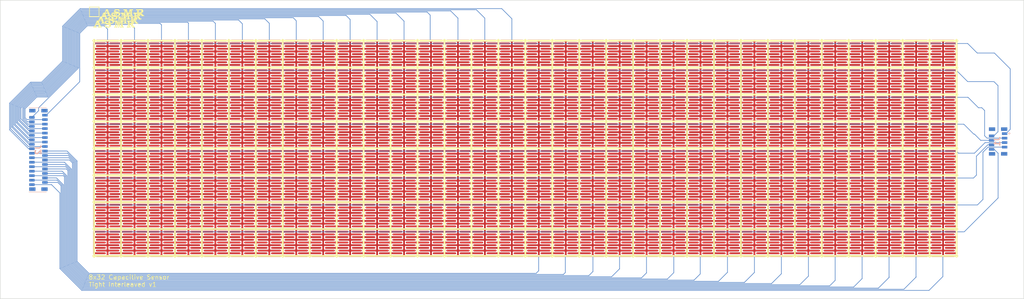
<source format=kicad_pcb>
(kicad_pcb (version 20211014) (generator pcbnew)
  (layers (0 "F.Cu" signal) (31 "B.Cu" signal) (34 "B.Paste" user) (35 "F.Paste" user) (36 "B.SilkS" user "B.Silkscreen") (37 "F.SilkS" user "F.Silkscreen") (38 "B.Mask" user) (39 "F.Mask" user) (44 "Edge.Cuts" user))
  (net 0 "")
  (net 1 "Net-(J1-Pad1)")
  (net 2 "Net-(J1-Pad2)")
  (net 3 "Net-(J1-Pad3)")
  (net 4 "Net-(J1-Pad4)")
  (net 5 "Net-(J1-Pad5)")
  (net 6 "Net-(J1-Pad6)")
  (net 7 "Net-(J1-Pad7)")
  (net 8 "Net-(J1-Pad8)")
  (net 9 "Net-(J2-Pad1)")
  (net 10 "Net-(J2-Pad2)")
  (net 11 "Net-(J2-Pad3)")
  (net 12 "Net-(J2-Pad4)")
  (net 13 "Net-(J2-Pad5)")
  (net 14 "Net-(J2-Pad6)")
  (net 15 "Net-(J2-Pad7)")
  (net 16 "Net-(J2-Pad8)")
  (net 17 "Net-(J2-Pad9)")
  (net 18 "Net-(J2-Pad10)")
  (net 19 "Net-(J2-Pad11)")
  (net 20 "Net-(J2-Pad12)")
  (net 21 "Net-(J2-Pad13)")
  (net 22 "Net-(J2-Pad14)")
  (net 23 "Net-(J2-Pad15)")
  (net 24 "Net-(J2-Pad16)")
  (net 25 "Net-(J2-Pad17)")
  (net 26 "Net-(J2-Pad18)")
  (net 27 "Net-(J2-Pad19)")
  (net 28 "Net-(J2-Pad20)")
  (net 29 "Net-(J2-Pad21)")
  (net 30 "Net-(J2-Pad22)")
  (net 31 "Net-(J2-Pad23)")
  (net 32 "Net-(J2-Pad24)")
  (net 33 "Net-(J2-Pad25)")
  (net 34 "Net-(J2-Pad26)")
  (net 35 "Net-(J2-Pad27)")
  (net 36 "Net-(J2-Pad28)")
  (net 37 "Net-(J2-Pad29)")
  (net 38 "Net-(J2-Pad30)")
  (net 39 "Net-(J2-Pad31)")
  (net 40 "Net-(J2-Pad32)")
  (footprint "ASMR_footprints:captouch_8x32_interleaved_tight" (layer "F.Cu") (at 62.875 55.825)
    (fp_text reference "U1" hide)
    (fp_text value "captouch_8x32_grid" hide)
  )
  (footprint "ASMR_footprints:SilkScreen_asmrrrrrrrrr" (layer "F.Cu") (at 68.1 51.075)
    (fp_text reference "G***" hide)
    (fp_text value "LOGO" hide)
  )
  (footprint "ASMR_footprints:Conn_FFC_1x32_0.5mm_Molex_5019513210" (layer "B.Cu") (at 50.675 80.375 -90)
    (fp_text reference "J2")
    (fp_text value "Conn_01x32_Male" hide)
  )
  (footprint "ASMR_footprints:Conn_FFC_1x8_0.5mm_Molex_5019510830" (layer "B.Cu") (at 264.325 78.5 -90)
    (fp_text reference "J1")
    (fp_text value "Conn_01x08_Male" hide)
  )
  (gr_rect (start 42.175 47) (end 270.05 113.55) (layer "Edge.Cuts") (width 0.1) (fill none))
  (gr_text "8x32 Capacitive Sensor\nTight Interleaved v1" (at 61.775 109.575) (layer "F.SilkS") (effects (font (size 1 1)) (justify left)))
  (via (at 105.1 56.65) (size 0.4) (drill 0.2) (layers "F.Cu" "B.Cu") (net 1))
  (via (at 171.1 56.65) (size 0.4) (drill 0.2) (layers "F.Cu" "B.Cu") (net 1))
  (via (at 87.1 56.65) (size 0.4) (drill 0.2) (layers "F.Cu" "B.Cu") (net 1))
  (via (at 243.1 56.65) (size 0.4) (drill 0.2) (layers "F.Cu" "B.Cu") (net 1))
  (via (at 255.05 56.65) (size 0.4) (drill 0.2) (layers "F.Cu" "B.Cu") (net 1))
  (via (at 231.1 56.65) (size 0.4) (drill 0.2) (layers "F.Cu" "B.Cu") (net 1))
  (via (at 153.1 56.65) (size 0.4) (drill 0.2) (layers "F.Cu" "B.Cu") (net 1))
  (via (at 249.1 56.65) (size 0.4) (drill 0.2) (layers "F.Cu" "B.Cu") (net 1))
  (via (at 117.1 56.65) (size 0.4) (drill 0.2) (layers "F.Cu" "B.Cu") (net 1))
  (via (at 129.1 56.65) (size 0.4) (drill 0.2) (layers "F.Cu" "B.Cu") (net 1))
  (via (at 69.1 56.65) (size 0.4) (drill 0.2) (layers "F.Cu" "B.Cu") (net 1))
  (via (at 219.1 56.65) (size 0.4) (drill 0.2) (layers "F.Cu" "B.Cu") (net 1))
  (via (at 201.1 56.65) (size 0.4) (drill 0.2) (layers "F.Cu" "B.Cu") (net 1))
  (via (at 123.1 56.65) (size 0.4) (drill 0.2) (layers "F.Cu" "B.Cu") (net 1))
  (via (at 189.1 56.65) (size 0.4) (drill 0.2) (layers "F.Cu" "B.Cu") (net 1))
  (via (at 177.1 56.65) (size 0.4) (drill 0.2) (layers "F.Cu" "B.Cu") (net 1))
  (via (at 81.1 56.65) (size 0.4) (drill 0.2) (layers "F.Cu" "B.Cu") (net 1))
  (via (at 159.1 56.65) (size 0.4) (drill 0.2) (layers "F.Cu" "B.Cu") (net 1))
  (via (at 141.1 56.65) (size 0.4) (drill 0.2) (layers "F.Cu" "B.Cu") (net 1))
  (via (at 183.1 56.65) (size 0.4) (drill 0.2) (layers "F.Cu" "B.Cu") (net 1))
  (via (at 93.1 56.65) (size 0.4) (drill 0.2) (layers "F.Cu" "B.Cu") (net 1))
  (via (at 213.1 56.65) (size 0.4) (drill 0.2) (layers "F.Cu" "B.Cu") (net 1))
  (via (at 135.1 56.65) (size 0.4) (drill 0.2) (layers "F.Cu" "B.Cu") (net 1))
  (via (at 237.1 56.65) (size 0.4) (drill 0.2) (layers "F.Cu" "B.Cu") (net 1))
  (via (at 99.1 56.65) (size 0.4) (drill 0.2) (layers "F.Cu" "B.Cu") (net 1))
  (via (at 111.1 56.65) (size 0.4) (drill 0.2) (layers "F.Cu" "B.Cu") (net 1))
  (via (at 63.1 56.65) (size 0.4) (drill 0.2) (layers "F.Cu" "B.Cu") (net 1))
  (via (at 207.1 56.65) (size 0.4) (drill 0.2) (layers "F.Cu" "B.Cu") (net 1))
  (via (at 225.1 56.65) (size 0.4) (drill 0.2) (layers "F.Cu" "B.Cu") (net 1))
  (via (at 195.1 56.65) (size 0.4) (drill 0.2) (layers "F.Cu" "B.Cu") (net 1))
  (via (at 165.1 56.65) (size 0.4) (drill 0.2) (layers "F.Cu" "B.Cu") (net 1))
  (via (at 147.1 56.65) (size 0.4) (drill 0.2) (layers "F.Cu" "B.Cu") (net 1))
  (via (at 75.1 56.65) (size 0.4) (drill 0.2) (layers "F.Cu" "B.Cu") (net 1))
  (segment (start 263.5 58.775) (end 259.675 58.775) (width 0.127) (layer "B.Cu") (net 1))
  (segment (start 255.05 56.65) (end 257.55 56.65) (width 0.127) (layer "B.Cu") (net 1))
  (segment (start 257.55 56.65) (end 259.675 58.775) (width 0.127) (layer "B.Cu") (net 1))
  (segment (start 63.1 56.65) (end 255.05 56.65) (width 0.127) (layer "B.Cu") (net 1))
  (segment (start 266.075 76.75) (end 267.025 75.8) (width 0.127) (layer "B.Cu") (net 1))
  (segment (start 267.025 62.3) (end 263.5 58.775) (width 0.127) (layer "B.Cu") (net 1))
  (segment (start 265.775 76.75) (end 266.075 76.75) (width 0.127) (layer "B.Cu") (net 1))
  (segment (start 267.025 75.8) (end 267.025 62.3) (width 0.127) (layer "B.Cu") (net 1))
  (via (at 147.1 62.65) (size 0.4) (drill 0.2) (layers "F.Cu" "B.Cu") (net 2))
  (via (at 189.1 62.65) (size 0.4) (drill 0.2) (layers "F.Cu" "B.Cu") (net 2))
  (via (at 219.1 62.65) (size 0.4) (drill 0.2) (layers "F.Cu" "B.Cu") (net 2))
  (via (at 255.05 62.65) (size 0.4) (drill 0.2) (layers "F.Cu" "B.Cu") (net 2))
  (via (at 93.1 62.65) (size 0.4) (drill 0.2) (layers "F.Cu" "B.Cu") (net 2))
  (via (at 165.1 62.65) (size 0.4) (drill 0.2) (layers "F.Cu" "B.Cu") (net 2))
  (via (at 231.1 62.65) (size 0.4) (drill 0.2) (layers "F.Cu" "B.Cu") (net 2))
  (via (at 117.1 62.65) (size 0.4) (drill 0.2) (layers "F.Cu" "B.Cu") (net 2))
  (via (at 237.1 62.65) (size 0.4) (drill 0.2) (layers "F.Cu" "B.Cu") (net 2))
  (via (at 123.1 62.65) (size 0.4) (drill 0.2) (layers "F.Cu" "B.Cu") (net 2))
  (via (at 159.1 62.65) (size 0.4) (drill 0.2) (layers "F.Cu" "B.Cu") (net 2))
  (via (at 99.1 62.65) (size 0.4) (drill 0.2) (layers "F.Cu" "B.Cu") (net 2))
  (via (at 201.1 62.65) (size 0.4) (drill 0.2) (layers "F.Cu" "B.Cu") (net 2))
  (via (at 177.1 62.65) (size 0.4) (drill 0.2) (layers "F.Cu" "B.Cu") (net 2))
  (via (at 63.1 62.65) (size 0.4) (drill 0.2) (layers "F.Cu" "B.Cu") (net 2))
  (via (at 183.1 62.65) (size 0.4) (drill 0.2) (layers "F.Cu" "B.Cu") (net 2))
  (via (at 207.1 62.65) (size 0.4) (drill 0.2) (layers "F.Cu" "B.Cu") (net 2))
  (via (at 171.1 62.65) (size 0.4) (drill 0.2) (layers "F.Cu" "B.Cu") (net 2))
  (via (at 213.1 62.65) (size 0.4) (drill 0.2) (layers "F.Cu" "B.Cu") (net 2))
  (via (at 81.1 62.65) (size 0.4) (drill 0.2) (layers "F.Cu" "B.Cu") (net 2))
  (via (at 195.1 62.65) (size 0.4) (drill 0.2) (layers "F.Cu" "B.Cu") (net 2))
  (via (at 243.1 62.65) (size 0.4) (drill 0.2) (layers "F.Cu" "B.Cu") (net 2))
  (via (at 105.1 62.65) (size 0.4) (drill 0.2) (layers "F.Cu" "B.Cu") (net 2))
  (via (at 225.1 62.65) (size 0.4) (drill 0.2) (layers "F.Cu" "B.Cu") (net 2))
  (via (at 153.1 62.65) (size 0.4) (drill 0.2) (layers "F.Cu" "B.Cu") (net 2))
  (via (at 69.1 62.65) (size 0.4) (drill 0.2) (layers "F.Cu" "B.Cu") (net 2))
  (via (at 141.1 62.65) (size 0.4) (drill 0.2) (layers "F.Cu" "B.Cu") (net 2))
  (via (at 129.1 62.65) (size 0.4) (drill 0.2) (layers "F.Cu" "B.Cu") (net 2))
  (via (at 249.1 62.65) (size 0.4) (drill 0.2) (layers "F.Cu" "B.Cu") (net 2))
  (via (at 87.1 62.65) (size 0.4) (drill 0.2) (layers "F.Cu" "B.Cu") (net 2))
  (via (at 75.1 62.65) (size 0.4) (drill 0.2) (layers "F.Cu" "B.Cu") (net 2))
  (via (at 135.1 62.65) (size 0.4) (drill 0.2) (layers "F.Cu" "B.Cu") (net 2))
  (via (at 111.1 62.65) (size 0.4) (drill 0.2) (layers "F.Cu" "B.Cu") (net 2))
  (segment (start 264.3 66.05) (end 264.3 76.325) (width 0.127) (layer "B.Cu") (net 2))
  (segment (start 264.3 76.325) (end 263.375 77.25) (width 0.127) (layer "B.Cu") (net 2))
  (segment (start 63.1 62.65) (end 255.05 62.65) (width 0.127) (layer "B.Cu") (net 2))
  (segment (start 263.375 77.25) (end 262.875 77.25) (width 0.127) (layer "B.Cu") (net 2))
  (segment (start 263.4 65.15) (end 264.3 66.05) (width 0.127) (layer "B.Cu") (net 2))
  (segment (start 257.55 65.15) (end 263.4 65.15) (width 0.127) (layer "B.Cu") (net 2))
  (segment (start 255.05 62.65) (end 257.55 65.15) (width 0.127) (layer "B.Cu") (net 2))
  (via (at 255.05 68.65) (size 0.4) (drill 0.2) (layers "F.Cu" "B.Cu") (net 3))
  (via (at 81.1 68.65) (size 0.4) (drill 0.2) (layers "F.Cu" "B.Cu") (net 3))
  (via (at 147.1 68.65) (size 0.4) (drill 0.2) (layers "F.Cu" "B.Cu") (net 3))
  (via (at 189.1 68.65) (size 0.4) (drill 0.2) (layers "F.Cu" "B.Cu") (net 3))
  (via (at 165.1 68.65) (size 0.4) (drill 0.2) (layers "F.Cu" "B.Cu") (net 3))
  (via (at 99.1 68.65) (size 0.4) (drill 0.2) (layers "F.Cu" "B.Cu") (net 3))
  (via (at 177.1 68.65) (size 0.4) (drill 0.2) (layers "F.Cu" "B.Cu") (net 3))
  (via (at 93.1 68.65) (size 0.4) (drill 0.2) (layers "F.Cu" "B.Cu") (net 3))
  (via (at 159.1 68.65) (size 0.4) (drill 0.2) (layers "F.Cu" "B.Cu") (net 3))
  (via (at 243.1 68.65) (size 0.4) (drill 0.2) (layers "F.Cu" "B.Cu") (net 3))
  (via (at 183.1 68.65) (size 0.4) (drill 0.2) (layers "F.Cu" "B.Cu") (net 3))
  (via (at 141.1 68.65) (size 0.4) (drill 0.2) (layers "F.Cu" "B.Cu") (net 3))
  (via (at 123.1 68.65) (size 0.4) (drill 0.2) (layers "F.Cu" "B.Cu") (net 3))
  (via (at 231.1 68.65) (size 0.4) (drill 0.2) (layers "F.Cu" "B.Cu") (net 3))
  (via (at 201.1 68.65) (size 0.4) (drill 0.2) (layers "F.Cu" "B.Cu") (net 3))
  (via (at 69.1 68.65) (size 0.4) (drill 0.2) (layers "F.Cu" "B.Cu") (net 3))
  (via (at 75.1 68.65) (size 0.4) (drill 0.2) (layers "F.Cu" "B.Cu") (net 3))
  (via (at 225.1 68.65) (size 0.4) (drill 0.2) (layers "F.Cu" "B.Cu") (net 3))
  (via (at 117.1 68.65) (size 0.4) (drill 0.2) (layers "F.Cu" "B.Cu") (net 3))
  (via (at 195.1 68.65) (size 0.4) (drill 0.2) (layers "F.Cu" "B.Cu") (net 3))
  (via (at 63.1 68.65) (size 0.4) (drill 0.2) (layers "F.Cu" "B.Cu") (net 3))
  (via (at 129.1 68.65) (size 0.4) (drill 0.2) (layers "F.Cu" "B.Cu") (net 3))
  (via (at 111.1 68.65) (size 0.4) (drill 0.2) (layers "F.Cu" "B.Cu") (net 3))
  (via (at 207.1 68.65) (size 0.4) (drill 0.2) (layers "F.Cu" "B.Cu") (net 3))
  (via (at 171.1 68.65) (size 0.4) (drill 0.2) (layers "F.Cu" "B.Cu") (net 3))
  (via (at 87.1 68.65) (size 0.4) (drill 0.2) (layers "F.Cu" "B.Cu") (net 3))
  (via (at 237.1 68.65) (size 0.4) (drill 0.2) (layers "F.Cu" "B.Cu") (net 3))
  (via (at 105.1 68.65) (size 0.4) (drill 0.2) (layers "F.Cu" "B.Cu") (net 3))
  (via (at 219.1 68.65) (size 0.4) (drill 0.2) (layers "F.Cu" "B.Cu") (net 3))
  (via (at 249.1 68.65) (size 0.4) (drill 0.2) (layers "F.Cu" "B.Cu") (net 3))
  (via (at 153.1 68.65) (size 0.4) (drill 0.2) (layers "F.Cu" "B.Cu") (net 3))
  (via (at 135.1 68.65) (size 0.4) (drill 0.2) (layers "F.Cu" "B.Cu") (net 3))
  (via (at 213.1 68.65) (size 0.4) (drill 0.2) (layers "F.Cu" "B.Cu") (net 3))
  (segment (start 265.775 77.75) (end 261.85 77.75) (width 0.127) (layer "B.Cu") (net 3))
  (segment (start 261.325 71.6) (end 260.7 70.975) (width 0.127) (layer "B.Cu") (net 3))
  (segment (start 261.85 77.75) (end 261.325 77.225) (width 0.127) (layer "B.Cu") (net 3))
  (segment (start 63.1 68.65) (end 255.05 68.65) (width 0.127) (layer "B.Cu") (net 3))
  (segment (start 257.625 68.65) (end 259.95 70.975) (width 0.127) (layer "B.Cu") (net 3))
  (segment (start 261.325 77.225) (end 261.325 71.6) (width 0.127) (layer "B.Cu") (net 3))
  (segment (start 255.05 68.65) (end 257.625 68.65) (width 0.127) (layer "B.Cu") (net 3))
  (segment (start 260.7 70.975) (end 259.95 70.975) (width 0.127) (layer "B.Cu") (net 3))
  (via (at 141.1 74.65) (size 0.4) (drill 0.2) (layers "F.Cu" "B.Cu") (net 4))
  (via (at 135.1 74.65) (size 0.4) (drill 0.2) (layers "F.Cu" "B.Cu") (net 4))
  (via (at 99.1 74.65) (size 0.4) (drill 0.2) (layers "F.Cu" "B.Cu") (net 4))
  (via (at 183.1 74.65) (size 0.4) (drill 0.2) (layers "F.Cu" "B.Cu") (net 4))
  (via (at 195.1 74.65) (size 0.4) (drill 0.2) (layers "F.Cu" "B.Cu") (net 4))
  (via (at 153.1 74.65) (size 0.4) (drill 0.2) (layers "F.Cu" "B.Cu") (net 4))
  (via (at 237.1 74.65) (size 0.4) (drill 0.2) (layers "F.Cu" "B.Cu") (net 4))
  (via (at 213.1 74.65) (size 0.4) (drill 0.2) (layers "F.Cu" "B.Cu") (net 4))
  (via (at 123.1 74.65) (size 0.4) (drill 0.2) (layers "F.Cu" "B.Cu") (net 4))
  (via (at 159.1 74.65) (size 0.4) (drill 0.2) (layers "F.Cu" "B.Cu") (net 4))
  (via (at 243.1 74.65) (size 0.4) (drill 0.2) (layers "F.Cu" "B.Cu") (net 4))
  (via (at 105.1 74.65) (size 0.4) (drill 0.2) (layers "F.Cu" "B.Cu") (net 4))
  (via (at 231.1 74.65) (size 0.4) (drill 0.2) (layers "F.Cu" "B.Cu") (net 4))
  (via (at 171.1 74.65) (size 0.4) (drill 0.2) (layers "F.Cu" "B.Cu") (net 4))
  (via (at 255.05 74.65) (size 0.4) (drill 0.2) (layers "F.Cu" "B.Cu") (net 4))
  (via (at 219.1 74.65) (size 0.4) (drill 0.2) (layers "F.Cu" "B.Cu") (net 4))
  (via (at 249.1 74.65) (size 0.4) (drill 0.2) (layers "F.Cu" "B.Cu") (net 4))
  (via (at 81.1 74.65) (size 0.4) (drill 0.2) (layers "F.Cu" "B.Cu") (net 4))
  (via (at 63.1 74.65) (size 0.4) (drill 0.2) (layers "F.Cu" "B.Cu") (net 4))
  (via (at 69.1 74.65) (size 0.4) (drill 0.2) (layers "F.Cu" "B.Cu") (net 4))
  (via (at 207.1 74.65) (size 0.4) (drill 0.2) (layers "F.Cu" "B.Cu") (net 4))
  (via (at 117.1 74.65) (size 0.4) (drill 0.2) (layers "F.Cu" "B.Cu") (net 4))
  (via (at 189.1 74.65) (size 0.4) (drill 0.2) (layers "F.Cu" "B.Cu") (net 4))
  (via (at 87.1 74.65) (size 0.4) (drill 0.2) (layers "F.Cu" "B.Cu") (net 4))
  (via (at 225.1 74.65) (size 0.4) (drill 0.2) (layers "F.Cu" "B.Cu") (net 4))
  (via (at 177.1 74.65) (size 0.4) (drill 0.2) (layers "F.Cu" "B.Cu") (net 4))
  (via (at 129.1 74.65) (size 0.4) (drill 0.2) (layers "F.Cu" "B.Cu") (net 4))
  (via (at 93.1 74.65) (size 0.4) (drill 0.2) (layers "F.Cu" "B.Cu") (net 4))
  (via (at 75.1 74.65) (size 0.4) (drill 0.2) (layers "F.Cu" "B.Cu") (net 4))
  (via (at 111.1 74.65) (size 0.4) (drill 0.2) (layers "F.Cu" "B.Cu") (net 4))
  (via (at 147.1 74.65) (size 0.4) (drill 0.2) (layers "F.Cu" "B.Cu") (net 4))
  (via (at 165.1 74.65) (size 0.4) (drill 0.2) (layers "F.Cu" "B.Cu") (net 4))
  (via (at 201.1 74.65) (size 0.4) (drill 0.2) (layers "F.Cu" "B.Cu") (net 4))
  (segment (start 63.1 74.65) (end 255.05 74.65) (width 0.127) (layer "B.Cu") (net 4))
  (segment (start 255.05 74.65) (end 256.7 74.65) (width 0.127) (layer "B.Cu") (net 4))
  (segment (start 262.875 78.25) (end 260.45 78.25) (width 0.127) (layer "B.Cu") (net 4))
  (segment (start 260.45 78.25) (end 259.05 76.85) (width 0.127) (layer "B.Cu") (net 4))
  (segment (start 256.7 74.65) (end 258.9 76.85) (width 0.127) (layer "B.Cu") (net 4))
  (segment (start 259.05 76.85) (end 258.9 76.85) (width 0.127) (layer "B.Cu") (net 4))
  (via (at 255.05 80.65) (size 0.4) (drill 0.2) (layers "F.Cu" "B.Cu") (net 5))
  (via (at 93.1 80.65) (size 0.4) (drill 0.2) (layers "F.Cu" "B.Cu") (net 5))
  (via (at 165.1 80.65) (size 0.4) (drill 0.2) (layers "F.Cu" "B.Cu") (net 5))
  (via (at 249.1 80.65) (size 0.4) (drill 0.2) (layers "F.Cu" "B.Cu") (net 5))
  (via (at 177.1 80.65) (size 0.4) (drill 0.2) (layers "F.Cu" "B.Cu") (net 5))
  (via (at 75.1 80.65) (size 0.4) (drill 0.2) (layers "F.Cu" "B.Cu") (net 5))
  (via (at 69.1 80.65) (size 0.4) (drill 0.2) (layers "F.Cu" "B.Cu") (net 5))
  (via (at 207.1 80.65) (size 0.4) (drill 0.2) (layers "F.Cu" "B.Cu") (net 5))
  (via (at 129.1 80.65) (size 0.4) (drill 0.2) (layers "F.Cu" "B.Cu") (net 5))
  (via (at 195.1 80.65) (size 0.4) (drill 0.2) (layers "F.Cu" "B.Cu") (net 5))
  (via (at 63.1 80.65) (size 0.4) (drill 0.2) (layers "F.Cu" "B.Cu") (net 5))
  (via (at 153.1 80.65) (size 0.4) (drill 0.2) (layers "F.Cu" "B.Cu") (net 5))
  (via (at 201.1 80.65) (size 0.4) (drill 0.2) (layers "F.Cu" "B.Cu") (net 5))
  (via (at 243.1 80.65) (size 0.4) (drill 0.2) (layers "F.Cu" "B.Cu") (net 5))
  (via (at 147.1 80.65) (size 0.4) (drill 0.2) (layers "F.Cu" "B.Cu") (net 5))
  (via (at 159.1 80.65) (size 0.4) (drill 0.2) (layers "F.Cu" "B.Cu") (net 5))
  (via (at 111.1 80.65) (size 0.4) (drill 0.2) (layers "F.Cu" "B.Cu") (net 5))
  (via (at 219.1 80.65) (size 0.4) (drill 0.2) (layers "F.Cu" "B.Cu") (net 5))
  (via (at 81.1 80.65) (size 0.4) (drill 0.2) (layers "F.Cu" "B.Cu") (net 5))
  (via (at 87.1 80.65) (size 0.4) (drill 0.2) (layers "F.Cu" "B.Cu") (net 5))
  (via (at 171.1 80.65) (size 0.4) (drill 0.2) (layers "F.Cu" "B.Cu") (net 5))
  (via (at 117.1 80.65) (size 0.4) (drill 0.2) (layers "F.Cu" "B.Cu") (net 5))
  (via (at 213.1 80.65) (size 0.4) (drill 0.2) (layers "F.Cu" "B.Cu") (net 5))
  (via (at 135.1 80.65) (size 0.4) (drill 0.2) (layers "F.Cu" "B.Cu") (net 5))
  (via (at 225.1 80.65) (size 0.4) (drill 0.2) (layers "F.Cu" "B.Cu") (net 5))
  (via (at 183.1 80.65) (size 0.4) (drill 0.2) (layers "F.Cu" "B.Cu") (net 5))
  (via (at 99.1 80.65) (size 0.4) (drill 0.2) (layers "F.Cu" "B.Cu") (net 5))
  (via (at 231.1 80.65) (size 0.4) (drill 0.2) (layers "F.Cu" "B.Cu") (net 5))
  (via (at 237.1 80.65) (size 0.4) (drill 0.2) (layers "F.Cu" "B.Cu") (net 5))
  (via (at 189.1 80.65) (size 0.4) (drill 0.2) (layers "F.Cu" "B.Cu") (net 5))
  (via (at 105.1 80.65) (size 0.4) (drill 0.2) (layers "F.Cu" "B.Cu") (net 5))
  (via (at 123.1 80.65) (size 0.4) (drill 0.2) (layers "F.Cu" "B.Cu") (net 5))
  (via (at 141.1 80.65) (size 0.4) (drill 0.2) (layers "F.Cu" "B.Cu") (net 5))
  (segment (start 261.425 78.75) (end 265.775 78.75) (width 0.127) (layer "B.Cu") (net 5))
  (segment (start 255.05 80.65) (end 255.5125 81.1125) (width 0.127) (layer "B.Cu") (net 5))
  (segment (start 255.5125 81.1125) (end 259.0625 81.1125) (width 0.127) (layer "B.Cu") (net 5))
  (segment (start 63.1 80.65) (end 255.05 80.65) (width 0.127) (layer "B.Cu") (net 5))
  (segment (start 259.0625 81.1125) (end 261.425 78.75) (width 0.127) (layer "B.Cu") (net 5))
  (via (at 99.1 86.65) (size 0.4) (drill 0.2) (layers "F.Cu" "B.Cu") (net 6))
  (via (at 147.1 86.65) (size 0.4) (drill 0.2) (layers "F.Cu" "B.Cu") (net 6))
  (via (at 189.1 86.65) (size 0.4) (drill 0.2) (layers "F.Cu" "B.Cu") (net 6))
  (via (at 201.1 86.65) (size 0.4) (drill 0.2) (layers "F.Cu" "B.Cu") (net 6))
  (via (at 213.1 86.65) (size 0.4) (drill 0.2) (layers "F.Cu" "B.Cu") (net 6))
  (via (at 183.1 86.65) (size 0.4) (drill 0.2) (layers "F.Cu" "B.Cu") (net 6))
  (via (at 129.1 86.65) (size 0.4) (drill 0.2) (layers "F.Cu" "B.Cu") (net 6))
  (via (at 135.1 86.65) (size 0.4) (drill 0.2) (layers "F.Cu" "B.Cu") (net 6))
  (via (at 243.1 86.65) (size 0.4) (drill 0.2) (layers "F.Cu" "B.Cu") (net 6))
  (via (at 207.1 86.65) (size 0.4) (drill 0.2) (layers "F.Cu" "B.Cu") (net 6))
  (via (at 141.1 86.65) (size 0.4) (drill 0.2) (layers "F.Cu" "B.Cu") (net 6))
  (via (at 255.05 86.65) (size 0.4) (drill 0.2) (layers "F.Cu" "B.Cu") (net 6))
  (via (at 93.1 86.65) (size 0.4) (drill 0.2) (layers "F.Cu" "B.Cu") (net 6))
  (via (at 111.1 86.65) (size 0.4) (drill 0.2) (layers "F.Cu" "B.Cu") (net 6))
  (via (at 123.1 86.65) (size 0.4) (drill 0.2) (layers "F.Cu" "B.Cu") (net 6))
  (via (at 153.1 86.65) (size 0.4) (drill 0.2) (layers "F.Cu" "B.Cu") (net 6))
  (via (at 87.1 86.65) (size 0.4) (drill 0.2) (layers "F.Cu" "B.Cu") (net 6))
  (via (at 171.1 86.65) (size 0.4) (drill 0.2) (layers "F.Cu" "B.Cu") (net 6))
  (via (at 75.1 86.65) (size 0.4) (drill 0.2) (layers "F.Cu" "B.Cu") (net 6))
  (via (at 165.1 86.65) (size 0.4) (drill 0.2) (layers "F.Cu" "B.Cu") (net 6))
  (via (at 117.1 86.65) (size 0.4) (drill 0.2) (layers "F.Cu" "B.Cu") (net 6))
  (via (at 249.1 86.65) (size 0.4) (drill 0.2) (layers "F.Cu" "B.Cu") (net 6))
  (via (at 231.1 86.65) (size 0.4) (drill 0.2) (layers "F.Cu" "B.Cu") (net 6))
  (via (at 237.1 86.65) (size 0.4) (drill 0.2) (layers "F.Cu" "B.Cu") (net 6))
  (via (at 63.1 86.65) (size 0.4) (drill 0.2) (layers "F.Cu" "B.Cu") (net 6))
  (via (at 105.1 86.65) (size 0.4) (drill 0.2) (layers "F.Cu" "B.Cu") (net 6))
  (via (at 159.1 86.65) (size 0.4) (drill 0.2) (layers "F.Cu" "B.Cu") (net 6))
  (via (at 225.1 86.65) (size 0.4) (drill 0.2) (layers "F.Cu" "B.Cu") (net 6))
  (via (at 69.1 86.65) (size 0.4) (drill 0.2) (layers "F.Cu" "B.Cu") (net 6))
  (via (at 195.1 86.65) (size 0.4) (drill 0.2) (layers "F.Cu" "B.Cu") (net 6))
  (via (at 219.1 86.65) (size 0.4) (drill 0.2) (layers "F.Cu" "B.Cu") (net 6))
  (via (at 177.1 86.65) (size 0.4) (drill 0.2) (layers "F.Cu" "B.Cu") (net 6))
  (via (at 81.1 86.65) (size 0.4) (drill 0.2) (layers "F.Cu" "B.Cu") (net 6))
  (segment (start 259.5 86) (end 259.5 81.775) (width 0.127) (layer "B.Cu") (net 6))
  (segment (start 255.05 86.65) (end 258.85 86.65) (width 0.127) (layer "B.Cu") (net 6))
  (segment (start 262.025 79.25) (end 262.875 79.25) (width 0.127) (layer "B.Cu") (net 6))
  (segment (start 259.5 81.775) (end 262.025 79.25) (width 0.127) (layer "B.Cu") (net 6))
  (segment (start 258.85 86.65) (end 259.5 86) (width 0.127) (layer "B.Cu") (net 6))
  (segment (start 63.1 86.65) (end 255.05 86.65) (width 0.127) (layer "B.Cu") (net 6))
  (via (at 135.1 92.65) (size 0.4) (drill 0.2) (layers "F.Cu" "B.Cu") (net 7))
  (via (at 171.1 92.65) (size 0.4) (drill 0.2) (layers "F.Cu" "B.Cu") (net 7))
  (via (at 123.1 92.65) (size 0.4) (drill 0.2) (layers "F.Cu" "B.Cu") (net 7))
  (via (at 195.1 92.65) (size 0.4) (drill 0.2) (layers "F.Cu" "B.Cu") (net 7))
  (via (at 63.1 92.65) (size 0.4) (drill 0.2) (layers "F.Cu" "B.Cu") (net 7))
  (via (at 207.1 92.65) (size 0.4) (drill 0.2) (layers "F.Cu" "B.Cu") (net 7))
  (via (at 219.1 92.65) (size 0.4) (drill 0.2) (layers "F.Cu" "B.Cu") (net 7))
  (via (at 81.1 92.65) (size 0.4) (drill 0.2) (layers "F.Cu" "B.Cu") (net 7))
  (via (at 129.1 92.65) (size 0.4) (drill 0.2) (layers "F.Cu" "B.Cu") (net 7))
  (via (at 111.1 92.65) (size 0.4) (drill 0.2) (layers "F.Cu" "B.Cu") (net 7))
  (via (at 201.1 92.65) (size 0.4) (drill 0.2) (layers "F.Cu" "B.Cu") (net 7))
  (via (at 105.1 92.65) (size 0.4) (drill 0.2) (layers "F.Cu" "B.Cu") (net 7))
  (via (at 99.1 92.65) (size 0.4) (drill 0.2) (layers "F.Cu" "B.Cu") (net 7))
  (via (at 75.1 92.65) (size 0.4) (drill 0.2) (layers "F.Cu" "B.Cu") (net 7))
  (via (at 69.1 92.65) (size 0.4) (drill 0.2) (layers "F.Cu" "B.Cu") (net 7))
  (via (at 93.1 92.65) (size 0.4) (drill 0.2) (layers "F.Cu" "B.Cu") (net 7))
  (via (at 183.1 92.65) (size 0.4) (drill 0.2) (layers "F.Cu" "B.Cu") (net 7))
  (via (at 255.05 92.65) (size 0.4) (drill 0.2) (layers "F.Cu" "B.Cu") (net 7))
  (via (at 189.1 92.65) (size 0.4) (drill 0.2) (layers "F.Cu" "B.Cu") (net 7))
  (via (at 243.1 92.65) (size 0.4) (drill 0.2) (layers "F.Cu" "B.Cu") (net 7))
  (via (at 237.1 92.65) (size 0.4) (drill 0.2) (layers "F.Cu" "B.Cu") (net 7))
  (via (at 249.1 92.65) (size 0.4) (drill 0.2) (layers "F.Cu" "B.Cu") (net 7))
  (via (at 153.1 92.65) (size 0.4) (drill 0.2) (layers "F.Cu" "B.Cu") (net 7))
  (via (at 225.1 92.65) (size 0.4) (drill 0.2) (layers "F.Cu" "B.Cu") (net 7))
  (via (at 117.1 92.65) (size 0.4) (drill 0.2) (layers "F.Cu" "B.Cu") (net 7))
  (via (at 213.1 92.65) (size 0.4) (drill 0.2) (layers "F.Cu" "B.Cu") (net 7))
  (via (at 177.1 92.65) (size 0.4) (drill 0.2) (layers "F.Cu" "B.Cu") (net 7))
  (via (at 87.1 92.65) (size 0.4) (drill 0.2) (layers "F.Cu" "B.Cu") (net 7))
  (via (at 159.1 92.65) (size 0.4) (drill 0.2) (layers "F.Cu" "B.Cu") (net 7))
  (via (at 141.1 92.65) (size 0.4) (drill 0.2) (layers "F.Cu" "B.Cu") (net 7))
  (via (at 165.1 92.65) (size 0.4) (drill 0.2) (layers "F.Cu" "B.Cu") (net 7))
  (via (at 231.1 92.65) (size 0.4) (drill 0.2) (layers "F.Cu" "B.Cu") (net 7))
  (via (at 147.1 92.65) (size 0.4) (drill 0.2) (layers "F.Cu" "B.Cu") (net 7))
  (segment (start 259.725 92.65) (end 260.95 91.425) (width 0.127) (layer "B.Cu") (net 7))
  (segment (start 260.95 80.894) (end 262.094 79.75) (width 0.127) (layer "B.Cu") (net 7))
  (segment (start 260.95 91.425) (end 260.95 80.894) (width 0.127) (layer "B.Cu") (net 7))
  (segment (start 255.05 92.65) (end 259.725 92.65) (width 0.127) (layer "B.Cu") (net 7))
  (segment (start 63.1 92.65) (end 255.05 92.65) (width 0.127) (layer "B.Cu") (net 7))
  (segment (start 262.094 79.75) (end 265.775 79.75) (width 0.127) (layer "B.Cu") (net 7))
  (via (at 135.1 98.65) (size 0.4) (drill 0.2) (layers "F.Cu" "B.Cu") (net 8))
  (via (at 231.1 98.65) (size 0.4) (drill 0.2) (layers "F.Cu" "B.Cu") (net 8))
  (via (at 81.1 98.65) (size 0.4) (drill 0.2) (layers "F.Cu" "B.Cu") (net 8))
  (via (at 165.1 98.65) (size 0.4) (drill 0.2) (layers "F.Cu" "B.Cu") (net 8))
  (via (at 201.1 98.65) (size 0.4) (drill 0.2) (layers "F.Cu" "B.Cu") (net 8))
  (via (at 243.1 98.65) (size 0.4) (drill 0.2) (layers "F.Cu" "B.Cu") (net 8))
  (via (at 225.1 98.65) (size 0.4) (drill 0.2) (layers "F.Cu" "B.Cu") (net 8))
  (via (at 111.1 98.65) (size 0.4) (drill 0.2) (layers "F.Cu" "B.Cu") (net 8))
  (via (at 117.1 98.65) (size 0.4) (drill 0.2) (layers "F.Cu" "B.Cu") (net 8))
  (via (at 93.1 98.65) (size 0.4) (drill 0.2) (layers "F.Cu" "B.Cu") (net 8))
  (via (at 129.1 98.65) (size 0.4) (drill 0.2) (layers "F.Cu" "B.Cu") (net 8))
  (via (at 195.1 98.65) (size 0.4) (drill 0.2) (layers "F.Cu" "B.Cu") (net 8))
  (via (at 237.1 98.65) (size 0.4) (drill 0.2) (layers "F.Cu" "B.Cu") (net 8))
  (via (at 123.1 98.65) (size 0.4) (drill 0.2) (layers "F.Cu" "B.Cu") (net 8))
  (via (at 183.1 98.65) (size 0.4) (drill 0.2) (layers "F.Cu" "B.Cu") (net 8))
  (via (at 207.1 98.65) (size 0.4) (drill 0.2) (layers "F.Cu" "B.Cu") (net 8))
  (via (at 249.1 98.65) (size 0.4) (drill 0.2) (layers "F.Cu" "B.Cu") (net 8))
  (via (at 141.1 98.65) (size 0.4) (drill 0.2) (layers "F.Cu" "B.Cu") (net 8))
  (via (at 177.1 98.65) (size 0.4) (drill 0.2) (layers "F.Cu" "B.Cu") (net 8))
  (via (at 219.1 98.65) (size 0.4) (drill 0.2) (layers "F.Cu" "B.Cu") (net 8))
  (via (at 147.1 98.65) (size 0.4) (drill 0.2) (layers "F.Cu" "B.Cu") (net 8))
  (via (at 63.1 98.65) (size 0.4) (drill 0.2) (layers "F.Cu" "B.Cu") (net 8))
  (via (at 189.1 98.65) (size 0.4) (drill 0.2) (layers "F.Cu" "B.Cu") (net 8))
  (via (at 105.1 98.65) (size 0.4) (drill 0.2) (layers "F.Cu" "B.Cu") (net 8))
  (via (at 159.1 98.65) (size 0.4) (drill 0.2) (layers "F.Cu" "B.Cu") (net 8))
  (via (at 153.1 98.65) (size 0.4) (drill 0.2) (layers "F.Cu" "B.Cu") (net 8))
  (via (at 99.1 98.65) (size 0.4) (drill 0.2) (layers "F.Cu" "B.Cu") (net 8))
  (via (at 213.1 98.65) (size 0.4) (drill 0.2) (layers "F.Cu" "B.Cu") (net 8))
  (via (at 255.05 98.65) (size 0.4) (drill 0.2) (layers "F.Cu" "B.Cu") (net 8))
  (via (at 69.1 98.65) (size 0.4) (drill 0.2) (layers "F.Cu" "B.Cu") (net 8))
  (via (at 171.1 98.65) (size 0.4) (drill 0.2) (layers "F.Cu" "B.Cu") (net 8))
  (via (at 75.1 98.65) (size 0.4) (drill 0.2) (layers "F.Cu" "B.Cu") (net 8))
  (via (at 87.1 98.65) (size 0.4) (drill 0.2) (layers "F.Cu" "B.Cu") (net 8))
  (segment (start 63.1 98.65) (end 255.05 98.65) (width 0.127) (layer "B.Cu") (net 8))
  (segment (start 255.05 98.65) (end 256.775 98.65) (width 0.127) (layer "B.Cu") (net 8))
  (segment (start 264.325 91.1) (end 264.325 81.119) (width 0.127) (layer "B.Cu") (net 8))
  (segment (start 256.775 98.65) (end 264.325 91.1) (width 0.127) (layer "B.Cu") (net 8))
  (segment (start 263.481 80.275) (end 262.95 80.275) (width 0.127) (layer "B.Cu") (net 8))
  (segment (start 264.325 81.119) (end 263.481 80.275) (width 0.127) (layer "B.Cu") (net 8))
  (via (at 66.075 56.05) (size 0.4) (drill 0.2) (layers "F.Cu" "B.Cu") (net 9))
  (segment (start 61.55 52.7) (end 65.325 52.7) (width 0.127) (layer "B.Cu") (net 9))
  (segment (start 59.875 65.175) (end 59.875 54.375) (width 0.127) (layer "B.Cu") (net 9))
  (segment (start 59.875 54.375) (end 61.55 52.7) (width 0.127) (layer "B.Cu") (net 9))
  (segment (start 66.075 53.45) (end 65.325 52.7) (width 0.127) (layer "B.Cu") (net 9))
  (segment (start 66.075 56.05) (end 66.075 53.45) (width 0.127) (layer "B.Cu") (net 9))
  (segment (start 52.425 72.625) (end 59.875 65.175) (width 0.127) (layer "B.Cu") (net 9))
  (segment (start 52.125 72.625) (end 52.425 72.625) (width 0.127) (layer "B.Cu") (net 9))
  (via (at 72.075 56.05) (size 0.4) (drill 0.2) (layers "F.Cu" "B.Cu") (net 10))
  (segment (start 50.725 70.975) (end 59.621 62.079) (width 0.127) (layer "B.Cu") (net 10))
  (segment (start 50.725 71.625) (end 50.725 70.975) (width 0.127) (layer "B.Cu") (net 10))
  (segment (start 59.621 54.26979) (end 61.46579 52.425) (width 0.127) (layer "B.Cu") (net 10))
  (segment (start 49.225 73.125) (end 50.725 71.625) (width 0.127) (layer "B.Cu") (net 10))
  (segment (start 61.46579 52.425) (end 71.25 52.425) (width 0.127) (layer "B.Cu") (net 10))
  (segment (start 72.075 56.05) (end 72.075 53.25) (width 0.127) (layer "B.Cu") (net 10))
  (segment (start 59.621 62.079) (end 59.621 54.26979) (width 0.127) (layer "B.Cu") (net 10))
  (segment (start 72.075 53.25) (end 71.25 52.425) (width 0.127) (layer "B.Cu") (net 10))
  (via (at 78.075 56.05) (size 0.4) (drill 0.2) (layers "F.Cu" "B.Cu") (net 11))
  (segment (start 52.76579 68.575) (end 59.367 61.97379) (width 0.127) (layer "B.Cu") (net 11))
  (segment (start 78.075 56.05) (end 78.075 52.5) (width 0.127) (layer "B.Cu") (net 11))
  (segment (start 59.367 61.97379) (end 59.367 54.16458) (width 0.127) (layer "B.Cu") (net 11))
  (segment (start 48.1 73.625) (end 47.7 73.225) (width 0.127) (layer "B.Cu") (net 11))
  (segment (start 78.075 52.5) (end 77.746 52.171) (width 0.127) (layer "B.Cu") (net 11))
  (segment (start 59.367 54.16458) (end 61.36058 52.171) (width 0.127) (layer "B.Cu") (net 11))
  (segment (start 52.125 73.625) (end 48.1 73.625) (width 0.127) (layer "B.Cu") (net 11))
  (segment (start 50.325 68.575) (end 52.76579 68.575) (width 0.127) (layer "B.Cu") (net 11))
  (segment (start 47.7 73.225) (end 47.7 71.2) (width 0.127) (layer "B.Cu") (net 11))
  (segment (start 47.7 71.2) (end 50.325 68.575) (width 0.127) (layer "B.Cu") (net 11))
  (segment (start 61.36058 52.171) (end 77.746 52.171) (width 0.127) (layer "B.Cu") (net 11))
  (via (at 84.075 56.05) (size 0.4) (drill 0.2) (layers "F.Cu" "B.Cu") (net 12))
  (segment (start 52.66058 68.321) (end 59.113 61.86858) (width 0.127) (layer "B.Cu") (net 12))
  (segment (start 59.113 54.05937) (end 61.25537 51.917) (width 0.127) (layer "B.Cu") (net 12))
  (segment (start 61.25537 51.917) (end 83.892 51.917) (width 0.127) (layer "B.Cu") (net 12))
  (segment (start 59.113 61.86858) (end 59.113 54.05937) (width 0.127) (layer "B.Cu") (net 12))
  (segment (start 48.2 74.125) (end 47.446 73.371) (width 0.127) (layer "B.Cu") (net 12))
  (segment (start 84.075 56.05) (end 84.075 52.1) (width 0.127) (layer "B.Cu") (net 12))
  (segment (start 50.21979 68.321) (end 52.66058 68.321) (width 0.127) (layer "B.Cu") (net 12))
  (segment (start 47.446 73.371) (end 47.446 71.09479) (width 0.127) (layer "B.Cu") (net 12))
  (segment (start 47.446 71.09479) (end 50.21979 68.321) (width 0.127) (layer "B.Cu") (net 12))
  (segment (start 84.075 52.1) (end 83.892 51.917) (width 0.127) (layer "B.Cu") (net 12))
  (segment (start 49.225 74.125) (end 48.2 74.125) (width 0.127) (layer "B.Cu") (net 12))
  (via (at 90.075 56.05) (size 0.4) (drill 0.2) (layers "F.Cu" "B.Cu") (net 13))
  (segment (start 50.11458 68.067) (end 47.192 70.98958) (width 0.127) (layer "B.Cu") (net 13))
  (segment (start 52.55537 68.067) (end 50.11458 68.067) (width 0.127) (layer "B.Cu") (net 13))
  (segment (start 47.192 70.98958) (end 47.192 73.517) (width 0.127) (layer "B.Cu") (net 13))
  (segment (start 58.859 61.76337) (end 52.55537 68.067) (width 0.127) (layer "B.Cu") (net 13))
  (segment (start 89.563 51.663) (end 61.15016 51.663) (width 0.127) (layer "B.Cu") (net 13))
  (segment (start 61.15016 51.663) (end 58.859 53.95416) (width 0.127) (layer "B.Cu") (net 13))
  (segment (start 90.075 52.175) (end 89.563 51.663) (width 0.127) (layer "B.Cu") (net 13))
  (segment (start 58.859 53.95416) (end 58.859 61.76337) (width 0.127) (layer "B.Cu") (net 13))
  (segment (start 90.075 56.05) (end 90.075 52.175) (width 0.127) (layer "B.Cu") (net 13))
  (segment (start 47.192 73.517) (end 48.3 74.625) (width 0.127) (layer "B.Cu") (net 13))
  (segment (start 48.3 74.625) (end 52.125 74.625) (width 0.127) (layer "B.Cu") (net 13))
  (via (at 96.075 56.05) (size 0.4) (drill 0.2) (layers "F.Cu" "B.Cu") (net 14))
  (segment (start 96.075 56.05) (end 96.075 52.25) (width 0.127) (layer "B.Cu") (net 14))
  (segment (start 46.8 73.48421) (end 48.44079 75.125) (width 0.127) (layer "B.Cu") (net 14))
  (segment (start 52.45016 67.813) (end 50.00937 67.813) (width 0.127) (layer "B.Cu") (net 14))
  (segment (start 48.44079 75.125) (end 49.225 75.125) (width 0.127) (layer "B.Cu") (net 14))
  (segment (start 95.234 51.409) (end 61.04495 51.409) (width 0.127) (layer "B.Cu") (net 14))
  (segment (start 46.8 71.02237) (end 46.8 73.48421) (width 0.127) (layer "B.Cu") (net 14))
  (segment (start 58.605 61.65816) (end 52.45016 67.813) (width 0.127) (layer "B.Cu") (net 14))
  (segment (start 50.00937 67.813) (end 46.8 71.02237) (width 0.127) (layer "B.Cu") (net 14))
  (segment (start 96.075 52.25) (end 95.234 51.409) (width 0.127) (layer "B.Cu") (net 14))
  (segment (start 58.605 53.84895) (end 58.605 61.65816) (width 0.127) (layer "B.Cu") (net 14))
  (segment (start 61.04495 51.409) (end 58.605 53.84895) (width 0.127) (layer "B.Cu") (net 14))
  (via (at 102.075 56.05) (size 0.4) (drill 0.2) (layers "F.Cu" "B.Cu") (net 15))
  (segment (start 58.351 53.74374) (end 58.351 61.55295) (width 0.127) (layer "B.Cu") (net 15))
  (segment (start 46.546 70.91716) (end 46.546 73.727) (width 0.127) (layer "B.Cu") (net 15))
  (segment (start 49.90416 67.559) (end 46.546 70.91716) (width 0.127) (layer "B.Cu") (net 15))
  (segment (start 101.08 51.155) (end 60.93974 51.155) (width 0.127) (layer "B.Cu") (net 15))
  (segment (start 102.075 56.05) (end 102.075 52.15) (width 0.127) (layer "B.Cu") (net 15))
  (segment (start 102.075 52.15) (end 101.08 51.155) (width 0.127) (layer "B.Cu") (net 15))
  (segment (start 52.34495 67.559) (end 49.90416 67.559) (width 0.127) (layer "B.Cu") (net 15))
  (segment (start 46.546 73.727) (end 48.444 75.625) (width 0.127) (layer "B.Cu") (net 15))
  (segment (start 60.93974 51.155) (end 58.351 53.74374) (width 0.127) (layer "B.Cu") (net 15))
  (segment (start 48.444 75.625) (end 52.125 75.625) (width 0.127) (layer "B.Cu") (net 15))
  (segment (start 58.351 61.55295) (end 52.34495 67.559) (width 0.127) (layer "B.Cu") (net 15))
  (via (at 108.075 56.05) (size 0.4) (drill 0.2) (layers "F.Cu" "B.Cu") (net 16))
  (segment (start 58.097 61.44774) (end 52.23974 67.305) (width 0.127) (layer "B.Cu") (net 16))
  (segment (start 107.401 50.901) (end 60.83453 50.901) (width 0.127) (layer "B.Cu") (net 16))
  (segment (start 108.075 56.05) (end 108.075 51.575) (width 0.127) (layer "B.Cu") (net 16))
  (segment (start 58.097 53.63853) (end 58.097 61.44774) (width 0.127) (layer "B.Cu") (net 16))
  (segment (start 46.292 73.83221) (end 48.58479 76.125) (width 0.127) (layer "B.Cu") (net 16))
  (segment (start 108.075 51.575) (end 107.401 50.901) (width 0.127) (layer "B.Cu") (net 16))
  (segment (start 49.79895 67.305) (end 46.292 70.81195) (width 0.127) (layer "B.Cu") (net 16))
  (segment (start 48.58479 76.125) (end 49.225 76.125) (width 0.127) (layer "B.Cu") (net 16))
  (segment (start 60.83453 50.901) (end 58.097 53.63853) (width 0.127) (layer "B.Cu") (net 16))
  (segment (start 46.292 70.81195) (end 46.292 73.83221) (width 0.127) (layer "B.Cu") (net 16))
  (segment (start 52.23974 67.305) (end 49.79895 67.305) (width 0.127) (layer "B.Cu") (net 16))
  (via (at 114.075 56.05) (size 0.4) (drill 0.2) (layers "F.Cu" "B.Cu") (net 17))
  (segment (start 60.72932 50.647) (end 57.843 53.53332) (width 0.127) (layer "B.Cu") (net 17))
  (segment (start 48.444 76.625) (end 52.125 76.625) (width 0.127) (layer "B.Cu") (net 17))
  (segment (start 46.038 70.70674) (end 46.038 74.219) (width 0.127) (layer "B.Cu") (net 17))
  (segment (start 57.843 61.34253) (end 52.13453 67.051) (width 0.127) (layer "B.Cu") (net 17))
  (segment (start 114.075 56.05) (end 114.075 51.65) (width 0.127) (layer "B.Cu") (net 17))
  (segment (start 52.13453 67.051) (end 49.69374 67.051) (width 0.127) (layer "B.Cu") (net 17))
  (segment (start 113.072 50.647) (end 60.72932 50.647) (width 0.127) (layer "B.Cu") (net 17))
  (segment (start 57.843 53.53332) (end 57.843 61.34253) (width 0.127) (layer "B.Cu") (net 17))
  (segment (start 49.69374 67.051) (end 46.038 70.70674) (width 0.127) (layer "B.Cu") (net 17))
  (segment (start 46.038 74.219) (end 48.444 76.625) (width 0.127) (layer "B.Cu") (net 17))
  (segment (start 114.075 51.65) (end 113.072 50.647) (width 0.127) (layer "B.Cu") (net 17))
  (via (at 120.075 56.05) (size 0.4) (drill 0.2) (layers "F.Cu" "B.Cu") (net 18))
  (segment (start 60.62411 50.393) (end 57.589 53.42811) (width 0.127) (layer "B.Cu") (net 18))
  (segment (start 120.075 51.3) (end 119.168 50.393) (width 0.127) (layer "B.Cu") (net 18))
  (segment (start 48.58479 77.125) (end 49.225 77.125) (width 0.127) (layer "B.Cu") (net 18))
  (segment (start 119.168 50.393) (end 60.62411 50.393) (width 0.127) (layer "B.Cu") (net 18))
  (segment (start 57.589 53.42811) (end 57.589 61.23732) (width 0.127) (layer "B.Cu") (net 18))
  (segment (start 57.589 61.23732) (end 52.02932 66.797) (width 0.127) (layer "B.Cu") (net 18))
  (segment (start 45.784 70.60153) (end 45.784 74.32421) (width 0.127) (layer "B.Cu") (net 18))
  (segment (start 49.58853 66.797) (end 45.784 70.60153) (width 0.127) (layer "B.Cu") (net 18))
  (segment (start 45.784 74.32421) (end 48.58479 77.125) (width 0.127) (layer "B.Cu") (net 18))
  (segment (start 120.075 56.05) (end 120.075 51.3) (width 0.127) (layer "B.Cu") (net 18))
  (segment (start 52.02932 66.797) (end 49.58853 66.797) (width 0.127) (layer "B.Cu") (net 18))
  (via (at 126.075 56.05) (size 0.4) (drill 0.2) (layers "F.Cu" "B.Cu") (net 19))
  (segment (start 126.075 56.05) (end 126.075 51.75) (width 0.127) (layer "B.Cu") (net 19))
  (segment (start 124.464 50.139) (end 60.5189 50.139) (width 0.127) (layer "B.Cu") (net 19))
  (segment (start 57.335 61.13211) (end 51.92411 66.543) (width 0.127) (layer "B.Cu") (net 19))
  (segment (start 60.5189 50.139) (end 57.335 53.3229) (width 0.127) (layer "B.Cu") (net 19))
  (segment (start 45.53 70.49632) (end 45.53 74.711) (width 0.127) (layer "B.Cu") (net 19))
  (segment (start 49.48332 66.543) (end 45.53 70.49632) (width 0.127) (layer "B.Cu") (net 19))
  (segment (start 57.335 53.3229) (end 57.335 61.13211) (width 0.127) (layer "B.Cu") (net 19))
  (segment (start 126.075 51.75) (end 124.464 50.139) (width 0.127) (layer "B.Cu") (net 19))
  (segment (start 51.92411 66.543) (end 49.48332 66.543) (width 0.127) (layer "B.Cu") (net 19))
  (segment (start 45.53 74.711) (end 48.444 77.625) (width 0.127) (layer "B.Cu") (net 19))
  (segment (start 48.444 77.625) (end 52.125 77.625) (width 0.127) (layer "B.Cu") (net 19))
  (via (at 132.075 56.05) (size 0.4) (drill 0.2) (layers "F.Cu" "B.Cu") (net 20))
  (segment (start 130.285 49.885) (end 60.41369 49.885) (width 0.127) (layer "B.Cu") (net 20))
  (segment (start 132.075 56.05) (end 132.075 51.675) (width 0.127) (layer "B.Cu") (net 20))
  (segment (start 51.8189 66.289) (end 49.37811 66.289) (width 0.127) (layer "B.Cu") (net 20))
  (segment (start 45.276 74.81621) (end 48.58479 78.125) (width 0.127) (layer "B.Cu") (net 20))
  (segment (start 57.081 61.0269) (end 51.8189 66.289) (width 0.127) (layer "B.Cu") (net 20))
  (segment (start 60.41369 49.885) (end 57.081 53.21769) (width 0.127) (layer "B.Cu") (net 20))
  (segment (start 48.58479 78.125) (end 49.225 78.125) (width 0.127) (layer "B.Cu") (net 20))
  (segment (start 132.075 51.675) (end 130.285 49.885) (width 0.127) (layer "B.Cu") (net 20))
  (segment (start 45.276 70.39111) (end 45.276 74.81621) (width 0.127) (layer "B.Cu") (net 20))
  (segment (start 49.37811 66.289) (end 45.276 70.39111) (width 0.127) (layer "B.Cu") (net 20))
  (segment (start 57.081 53.21769) (end 57.081 61.0269) (width 0.127) (layer "B.Cu") (net 20))
  (via (at 138.075 56.05) (size 0.4) (drill 0.2) (layers "F.Cu" "B.Cu") (net 21))
  (segment (start 48.444 78.625) (end 45.022 75.203) (width 0.127) (layer "B.Cu") (net 21))
  (segment (start 49.2729 66.035) (end 51.71369 66.035) (width 0.127) (layer "B.Cu") (net 21))
  (segment (start 137.9 50.325) (end 137.9 55.875) (width 0.127) (layer "B.Cu") (net 21))
  (segment (start 137.9 55.875) (end 138.075 56.05) (width 0.127) (layer "B.Cu") (net 21))
  (segment (start 52.125 78.625) (end 48.444 78.625) (width 0.127) (layer "B.Cu") (net 21))
  (segment (start 51.71369 66.035) (end 56.827 60.92169) (width 0.127) (layer "B.Cu") (net 21))
  (segment (start 45.022 75.203) (end 45.022 70.2859) (width 0.127) (layer "B.Cu") (net 21))
  (segment (start 60.30848 49.631) (end 137.206 49.631) (width 0.127) (layer "B.Cu") (net 21))
  (segment (start 137.206 49.631) (end 137.9 50.325) (width 0.127) (layer "B.Cu") (net 21))
  (segment (start 56.827 60.92169) (end 56.827 53.11248) (width 0.127) (layer "B.Cu") (net 21))
  (segment (start 56.827 53.11248) (end 60.30848 49.631) (width 0.127) (layer "B.Cu") (net 21))
  (segment (start 45.022 70.2859) (end 49.2729 66.035) (width 0.127) (layer "B.Cu") (net 21))
  (via (at 144.075 56.05) (size 0.4) (drill 0.2) (layers "F.Cu" "B.Cu") (net 22))
  (segment (start 48.58479 79.125) (end 49.225 79.125) (width 0.127) (layer "B.Cu") (net 22))
  (segment (start 51.60848 65.781) (end 49.16769 65.781) (width 0.127) (layer "B.Cu") (net 22))
  (segment (start 142.452 49.377) (end 60.20327 49.377) (width 0.127) (layer "B.Cu") (net 22))
  (segment (start 56.573 60.81648) (end 51.60848 65.781) (width 0.127) (layer "B.Cu") (net 22))
  (segment (start 44.768 75.30821) (end 48.58479 79.125) (width 0.127) (layer "B.Cu") (net 22))
  (segment (start 144.075 51) (end 142.452 49.377) (width 0.127) (layer "B.Cu") (net 22))
  (segment (start 56.573 53.00727) (end 56.573 60.81648) (width 0.127) (layer "B.Cu") (net 22))
  (segment (start 44.768 70.18069) (end 44.768 75.30821) (width 0.127) (layer "B.Cu") (net 22))
  (segment (start 144.075 56.05) (end 144.075 51) (width 0.127) (layer "B.Cu") (net 22))
  (segment (start 60.20327 49.377) (end 56.573 53.00727) (width 0.127) (layer "B.Cu") (net 22))
  (segment (start 49.16769 65.781) (end 44.768 70.18069) (width 0.127) (layer "B.Cu") (net 22))
  (via (at 150.075 56.05) (size 0.4) (drill 0.2) (layers "F.Cu" "B.Cu") (net 23))
  (segment (start 150.05 56.025) (end 150.075 56.05) (width 0.127) (layer "B.Cu") (net 23))
  (segment (start 48.444 79.625) (end 44.514 75.695) (width 0.127) (layer "B.Cu") (net 23))
  (segment (start 150.05 51) (end 150.05 56.025) (width 0.127) (layer "B.Cu") (net 23))
  (segment (start 51.50327 65.527) (end 56.319 60.71127) (width 0.127) (layer "B.Cu") (net 23))
  (segment (start 44.514 70.07548) (end 49.06248 65.527) (width 0.127) (layer "B.Cu") (net 23))
  (segment (start 49.06248 65.527) (end 51.50327 65.527) (width 0.127) (layer "B.Cu") (net 23))
  (segment (start 56.319 60.71127) (end 56.319 52.90206) (width 0.127) (layer "B.Cu") (net 23))
  (segment (start 60.09806 49.123) (end 148.173 49.123) (width 0.127) (layer "B.Cu") (net 23))
  (segment (start 56.319 52.90206) (end 60.09806 49.123) (width 0.127) (layer "B.Cu") (net 23))
  (segment (start 44.514 75.695) (end 44.514 70.07548) (width 0.127) (layer "B.Cu") (net 23))
  (segment (start 52.125 79.625) (end 48.444 79.625) (width 0.127) (layer "B.Cu") (net 23))
  (segment (start 148.173 49.123) (end 150.05 51) (width 0.127) (layer "B.Cu") (net 23))
  (via (at 156.075 56.05) (size 0.4) (drill 0.2) (layers "F.Cu" "B.Cu") (net 24))
  (segment (start 153.819 48.869) (end 156.075 51.125) (width 0.127) (layer "B.Cu") (net 24))
  (segment (start 44.26 75.887) (end 44.26 69.97027) (width 0.127) (layer "B.Cu") (net 24))
  (segment (start 49.225 80.125) (end 48.498 80.125) (width 0.127) (layer "B.Cu") (net 24))
  (segment (start 156.075 51.125) (end 156.075 56.05) (width 0.127) (layer "B.Cu") (net 24))
  (segment (start 48.95727 65.273) (end 51.39806 65.273) (width 0.127) (layer "B.Cu") (net 24))
  (segment (start 48.498 80.125) (end 44.26 75.887) (width 0.127) (layer "B.Cu") (net 24))
  (segment (start 56.065 60.60606) (end 56.065 52.79685) (width 0.127) (layer "B.Cu") (net 24))
  (segment (start 44.26 69.97027) (end 48.95727 65.273) (width 0.127) (layer "B.Cu") (net 24))
  (segment (start 59.99285 48.869) (end 153.819 48.869) (width 0.127) (layer "B.Cu") (net 24))
  (segment (start 56.065 52.79685) (end 59.99285 48.869) (width 0.127) (layer "B.Cu") (net 24))
  (segment (start 51.39806 65.273) (end 56.065 60.60606) (width 0.127) (layer "B.Cu") (net 24))
  (via (at 162.05 104) (size 0.4) (drill 0.2) (layers "F.Cu" "B.Cu") (net 25))
  (segment (start 59.275 105.25) (end 61.925 107.9) (width 0.127) (layer "B.Cu") (net 25))
  (segment (start 61.925 107.9) (end 161.475 107.9) (width 0.127) (layer "B.Cu") (net 25))
  (segment (start 59.275 82.85) (end 59.275 105.25) (width 0.127) (layer "B.Cu") (net 25))
  (segment (start 57.05 80.625) (end 59.275 82.85) (width 0.127) (layer "B.Cu") (net 25))
  (segment (start 52.125 80.625) (end 57.05 80.625) (width 0.127) (layer "B.Cu") (net 25))
  (segment (start 162.05 107.325) (end 162.05 104) (width 0.127) (layer "B.Cu") (net 25))
  (segment (start 161.475 107.9) (end 162.05 107.325) (width 0.127) (layer "B.Cu") (net 25))
  (via (at 168.05 104) (size 0.4) (drill 0.2) (layers "F.Cu" "B.Cu") (net 26))
  (segment (start 59.021 105.35521) (end 61.81979 108.154) (width 0.127) (layer "B.Cu") (net 26))
  (segment (start 167.975 107.725) (end 167.975 104.075) (width 0.127) (layer "B.Cu") (net 26))
  (segment (start 61.81979 108.154) (end 167.546 108.154) (width 0.127) (layer "B.Cu") (net 26))
  (segment (start 167.975 104.075) (end 168.05 104) (width 0.127) (layer "B.Cu") (net 26))
  (segment (start 167.546 108.154) (end 167.975 107.725) (width 0.127) (layer "B.Cu") (net 26))
  (segment (start 59.021 82.95521) (end 59.021 105.35521) (width 0.127) (layer "B.Cu") (net 26))
  (segment (start 57.19079 81.125) (end 59.021 82.95521) (width 0.127) (layer "B.Cu") (net 26))
  (segment (start 49.225 81.125) (end 57.19079 81.125) (width 0.127) (layer "B.Cu") (net 26))
  (via (at 174.05 104) (size 0.4) (drill 0.2) (layers "F.Cu" "B.Cu") (net 27))
  (segment (start 52.125 81.625) (end 57.33158 81.625) (width 0.127) (layer "B.Cu") (net 27))
  (segment (start 174.125 104.075) (end 174.05 104) (width 0.127) (layer "B.Cu") (net 27))
  (segment (start 58.767 83.06042) (end 58.767 105.46042) (width 0.127) (layer "B.Cu") (net 27))
  (segment (start 173.217 108.408) (end 174.125 107.5) (width 0.127) (layer "B.Cu") (net 27))
  (segment (start 174.125 107.5) (end 174.125 104.075) (width 0.127) (layer "B.Cu") (net 27))
  (segment (start 58.767 105.46042) (end 61.71458 108.408) (width 0.127) (layer "B.Cu") (net 27))
  (segment (start 57.33158 81.625) (end 58.767 83.06042) (width 0.127) (layer "B.Cu") (net 27))
  (segment (start 61.71458 108.408) (end 173.217 108.408) (width 0.127) (layer "B.Cu") (net 27))
  (via (at 180.05 104) (size 0.4) (drill 0.2) (layers "F.Cu" "B.Cu") (net 28))
  (segment (start 61.60937 108.662) (end 178.288 108.662) (width 0.127) (layer "B.Cu") (net 28))
  (segment (start 178.288 108.662) (end 180.05 106.9) (width 0.127) (layer "B.Cu") (net 28))
  (segment (start 58.513 105.56563) (end 61.60937 108.662) (width 0.127) (layer "B.Cu") (net 28))
  (segment (start 180.05 106.9) (end 180.05 104) (width 0.127) (layer "B.Cu") (net 28))
  (segment (start 49.225 82.125) (end 57.47237 82.125) (width 0.127) (layer "B.Cu") (net 28))
  (segment (start 57.47237 82.125) (end 58.513 83.16563) (width 0.127) (layer "B.Cu") (net 28))
  (segment (start 58.513 83.16563) (end 58.513 105.56563) (width 0.127) (layer "B.Cu") (net 28))
  (via (at 186.05 104) (size 0.4) (drill 0.2) (layers "F.Cu" "B.Cu") (net 29))
  (segment (start 58.259 83.27084) (end 58.259 105.67084) (width 0.127) (layer "B.Cu") (net 29))
  (segment (start 57.61316 82.625) (end 58.259 83.27084) (width 0.127) (layer "B.Cu") (net 29))
  (segment (start 184.934 108.916) (end 186.05 107.8) (width 0.127) (layer "B.Cu") (net 29))
  (segment (start 61.50416 108.916) (end 184.934 108.916) (width 0.127) (layer "B.Cu") (net 29))
  (segment (start 58.259 105.67084) (end 61.50416 108.916) (width 0.127) (layer "B.Cu") (net 29))
  (segment (start 186.05 107.8) (end 186.05 104) (width 0.127) (layer "B.Cu") (net 29))
  (segment (start 52.125 82.625) (end 57.61316 82.625) (width 0.127) (layer "B.Cu") (net 29))
  (via (at 192.05 104) (size 0.4) (drill 0.2) (layers "F.Cu" "B.Cu") (net 30))
  (segment (start 58.005 84.655) (end 58.005 105.77605) (width 0.127) (layer "B.Cu") (net 30))
  (segment (start 190.705 109.17) (end 192.125 107.75) (width 0.127) (layer "B.Cu") (net 30))
  (segment (start 56.475 83.125) (end 58.005 84.655) (width 0.127) (layer "B.Cu") (net 30))
  (segment (start 61.39895 109.17) (end 190.705 109.17) (width 0.127) (layer "B.Cu") (net 30))
  (segment (start 58.005 105.77605) (end 61.39895 109.17) (width 0.127) (layer "B.Cu") (net 30))
  (segment (start 192.125 104.075) (end 192.05 104) (width 0.127) (layer "B.Cu") (net 30))
  (segment (start 49.225 83.125) (end 56.475 83.125) (width 0.127) (layer "B.Cu") (net 30))
  (segment (start 192.125 107.75) (end 192.125 104.075) (width 0.127) (layer "B.Cu") (net 30))
  (via (at 198.05 104) (size 0.4) (drill 0.2) (layers "F.Cu" "B.Cu") (net 31))
  (segment (start 198.0125 108.0375) (end 198.0125 104.0375) (width 0.127) (layer "B.Cu") (net 31))
  (segment (start 57.751 105.88126) (end 61.29374 109.424) (width 0.127) (layer "B.Cu") (net 31))
  (segment (start 196.626 109.424) (end 198.0125 108.0375) (width 0.127) (layer "B.Cu") (net 31))
  (segment (start 52.125 83.625) (end 56.61579 83.625) (width 0.127) (layer "B.Cu") (net 31))
  (segment (start 56.61579 83.625) (end 57.751 84.76021) (width 0.127) (layer "B.Cu") (net 31))
  (segment (start 57.751 84.76021) (end 57.751 105.88126) (width 0.127) (layer "B.Cu") (net 31))
  (segment (start 198.0125 104.0375) (end 198.05 104) (width 0.127) (layer "B.Cu") (net 31))
  (segment (start 61.29374 109.424) (end 196.626 109.424) (width 0.127) (layer "B.Cu") (net 31))
  (via (at 204.05 104) (size 0.4) (drill 0.2) (layers "F.Cu" "B.Cu") (net 32))
  (segment (start 56.75658 84.125) (end 57.497 84.86542) (width 0.127) (layer "B.Cu") (net 32))
  (segment (start 49.225 84.125) (end 56.75658 84.125) (width 0.127) (layer "B.Cu") (net 32))
  (segment (start 57.497 84.86542) (end 57.497 105.98647) (width 0.127) (layer "B.Cu") (net 32))
  (segment (start 57.497 105.98647) (end 61.18853 109.678) (width 0.127) (layer "B.Cu") (net 32))
  (segment (start 204.075 104.025) (end 204.05 104) (width 0.127) (layer "B.Cu") (net 32))
  (segment (start 204.075 107.675) (end 204.075 104.025) (width 0.127) (layer "B.Cu") (net 32))
  (segment (start 202.072 109.678) (end 204.075 107.675) (width 0.127) (layer "B.Cu") (net 32))
  (segment (start 61.18853 109.678) (end 202.072 109.678) (width 0.127) (layer "B.Cu") (net 32))
  (via (at 210.05 104) (size 0.4) (drill 0.2) (layers "F.Cu" "B.Cu") (net 33))
  (segment (start 210.075 104.025) (end 210.05 104) (width 0.127) (layer "B.Cu") (net 33))
  (segment (start 207.843 109.932) (end 210.075 107.7) (width 0.127) (layer "B.Cu") (net 33))
  (segment (start 57.243 84.97063) (end 57.243 106.09168) (width 0.127) (layer "B.Cu") (net 33))
  (segment (start 61.08332 109.932) (end 207.843 109.932) (width 0.127) (layer "B.Cu") (net 33))
  (segment (start 52.125 84.625) (end 56.89737 84.625) (width 0.127) (layer "B.Cu") (net 33))
  (segment (start 210.075 107.7) (end 210.075 104.025) (width 0.127) (layer "B.Cu") (net 33))
  (segment (start 57.243 106.09168) (end 61.08332 109.932) (width 0.127) (layer "B.Cu") (net 33))
  (segment (start 56.89737 84.625) (end 57.243 84.97063) (width 0.127) (layer "B.Cu") (net 33))
  (via (at 216.05 104) (size 0.4) (drill 0.2) (layers "F.Cu" "B.Cu") (net 34))
  (segment (start 216.075 108) (end 216.075 104.025) (width 0.127) (layer "B.Cu") (net 34))
  (segment (start 49.225 85.125) (end 55.975 85.125) (width 0.127) (layer "B.Cu") (net 34))
  (segment (start 56.989 86.139) (end 56.989 106.19689) (width 0.127) (layer "B.Cu") (net 34))
  (segment (start 216.075 104.025) (end 216.05 104) (width 0.127) (layer "B.Cu") (net 34))
  (segment (start 213.889 110.186) (end 216.075 108) (width 0.127) (layer "B.Cu") (net 34))
  (segment (start 56.989 106.19689) (end 60.97811 110.186) (width 0.127) (layer "B.Cu") (net 34))
  (segment (start 55.975 85.125) (end 56.989 86.139) (width 0.127) (layer "B.Cu") (net 34))
  (segment (start 60.97811 110.186) (end 213.889 110.186) (width 0.127) (layer "B.Cu") (net 34))
  (via (at 222.05 104) (size 0.4) (drill 0.2) (layers "F.Cu" "B.Cu") (net 35))
  (segment (start 56.735 106.3021) (end 60.8729 110.44) (width 0.127) (layer "B.Cu") (net 35))
  (segment (start 60.8729 110.44) (end 220.185 110.44) (width 0.127) (layer "B.Cu") (net 35))
  (segment (start 56.11579 85.625) (end 56.735 86.24421) (width 0.127) (layer "B.Cu") (net 35))
  (segment (start 52.125 85.625) (end 56.11579 85.625) (width 0.127) (layer "B.Cu") (net 35))
  (segment (start 222.1 104.05) (end 222.05 104) (width 0.127) (layer "B.Cu") (net 35))
  (segment (start 56.735 86.24421) (end 56.735 106.3021) (width 0.127) (layer "B.Cu") (net 35))
  (segment (start 220.185 110.44) (end 222.1 108.525) (width 0.127) (layer "B.Cu") (net 35))
  (segment (start 222.1 108.525) (end 222.1 104.05) (width 0.127) (layer "B.Cu") (net 35))
  (via (at 228.05 104) (size 0.4) (drill 0.2) (layers "F.Cu" "B.Cu") (net 36))
  (segment (start 228.05 109.475) (end 226.831 110.694) (width 0.127) (layer "B.Cu") (net 36))
  (segment (start 56.481 106.40731) (end 56.481 86.34942) (width 0.127) (layer "B.Cu") (net 36))
  (segment (start 56.25658 86.125) (end 49.225 86.125) (width 0.127) (layer "B.Cu") (net 36))
  (segment (start 56.481 86.34942) (end 56.25658 86.125) (width 0.127) (layer "B.Cu") (net 36))
  (segment (start 226.831 110.694) (end 60.76769 110.694) (width 0.127) (layer "B.Cu") (net 36))
  (segment (start 228.05 104) (end 228.05 109.475) (width 0.127) (layer "B.Cu") (net 36))
  (segment (start 60.76769 110.694) (end 56.481 106.40731) (width 0.127) (layer "B.Cu") (net 36))
  (via (at 234.05 104) (size 0.4) (drill 0.2) (layers "F.Cu" "B.Cu") (net 37))
  (segment (start 232.177 110.948) (end 234.05 109.075) (width 0.127) (layer "B.Cu") (net 37))
  (segment (start 54.7 86.625) (end 56.227 88.152) (width 0.127) (layer "B.Cu") (net 37))
  (segment (start 56.227 106.51252) (end 60.66248 110.948) (width 0.127) (layer "B.Cu") (net 37))
  (segment (start 234.05 104) (end 234.05 109.075) (width 0.127) (layer "B.Cu") (net 37))
  (segment (start 52.125 86.625) (end 54.7 86.625) (width 0.127) (layer "B.Cu") (net 37))
  (segment (start 56.227 88.152) (end 56.227 106.51252) (width 0.127) (layer "B.Cu") (net 37))
  (segment (start 60.66248 110.948) (end 232.177 110.948) (width 0.127) (layer "B.Cu") (net 37))
  (via (at 240.05 104) (size 0.4) (drill 0.2) (layers "F.Cu" "B.Cu") (net 38))
  (segment (start 240.05 104) (end 240.05 108.725) (width 0.127) (layer "B.Cu") (net 38))
  (segment (start 55.973 106.61773) (end 60.55727 111.202) (width 0.127) (layer "B.Cu") (net 38))
  (segment (start 54.84079 87.125) (end 55.973 88.25721) (width 0.127) (layer "B.Cu") (net 38))
  (segment (start 55.973 88.25721) (end 55.973 106.61773) (width 0.127) (layer "B.Cu") (net 38))
  (segment (start 237.673 111.202) (end 240.1 108.775) (width 0.127) (layer "B.Cu") (net 38))
  (segment (start 240.05 108.725) (end 240.1 108.775) (width 0.127) (layer "B.Cu") (net 38))
  (segment (start 49.225 87.125) (end 54.84079 87.125) (width 0.127) (layer "B.Cu") (net 38))
  (segment (start 60.55727 111.202) (end 237.673 111.202) (width 0.127) (layer "B.Cu") (net 38))
  (via (at 246.05 104) (size 0.4) (drill 0.2) (layers "F.Cu" "B.Cu") (net 39))
  (segment (start 243.344 111.456) (end 246.0625 108.7375) (width 0.127) (layer "B.Cu") (net 39))
  (segment (start 55.719 88.36242) (end 55.719 106.72294) (width 0.127) (layer "B.Cu") (net 39))
  (segment (start 246.05 108.725) (end 246.0625 108.7375) (width 0.127) (layer "B.Cu") (net 39))
  (segment (start 60.45206 111.456) (end 243.344 111.456) (width 0.127) (layer "B.Cu") (net 39))
  (segment (start 54.98158 87.625) (end 55.719 88.36242) (width 0.127) (layer "B.Cu") (net 39))
  (segment (start 55.719 106.72294) (end 60.45206 111.456) (width 0.127) (layer "B.Cu") (net 39))
  (segment (start 246.05 104) (end 246.05 108.725) (width 0.127) (layer "B.Cu") (net 39))
  (segment (start 52.125 87.625) (end 54.98158 87.625) (width 0.127) (layer "B.Cu") (net 39))
  (via (at 252.05 104) (size 0.4) (drill 0.2) (layers "F.Cu" "B.Cu") (net 40))
  (segment (start 60.34685 111.71) (end 248.94 111.71) (width 0.127) (layer "B.Cu") (net 40))
  (segment (start 252.025 104.025) (end 252.05 104) (width 0.127) (layer "B.Cu") (net 40))
  (segment (start 252.025 108.625) (end 252.025 104.025) (width 0.127) (layer "B.Cu") (net 40))
  (segment (start 49.225 88.125) (end 53.6 88.125) (width 0.127) (layer "B.Cu") (net 40))
  (segment (start 53.6 88.125) (end 55.465 89.99) (width 0.127) (layer "B.Cu") (net 40))
  (segment (start 55.465 106.82815) (end 60.34685 111.71) (width 0.127) (layer "B.Cu") (net 40))
  (segment (start 55.465 89.99) (end 55.465 106.82815) (width 0.127) (layer "B.Cu") (net 40))
  (segment (start 248.94 111.71) (end 252.025 108.625) (width 0.127) (layer "B.Cu") (net 40))
)
</source>
